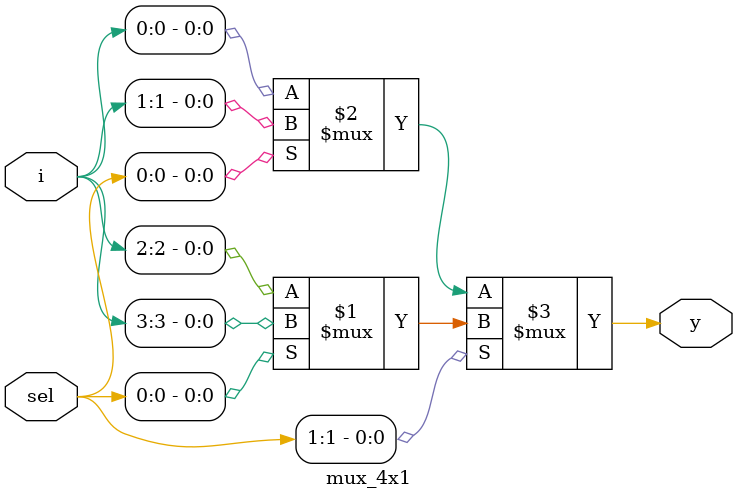
<source format=v>
module mux_4x1(i, sel, y);
  input [3:0] i;
  input [1:0] sel;
  output y;
  
  assign y = sel[1] ? (sel[0] ? i[3] : i[2]) : (sel[0] ? i[1] : i[0]);

endmodule

</source>
